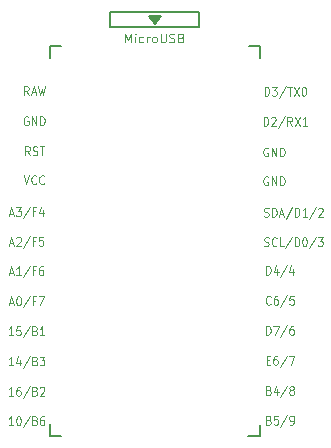
<source format=gto>
G04 #@! TF.GenerationSoftware,KiCad,Pcbnew,(5.1.4-0-10_14)*
G04 #@! TF.CreationDate,2022-04-12T01:13:52-04:00*
G04 #@! TF.ProjectId,keyboard,6b657962-6f61-4726-942e-6b696361645f,rev?*
G04 #@! TF.SameCoordinates,Original*
G04 #@! TF.FileFunction,Legend,Top*
G04 #@! TF.FilePolarity,Positive*
%FSLAX46Y46*%
G04 Gerber Fmt 4.6, Leading zero omitted, Abs format (unit mm)*
G04 Created by KiCad (PCBNEW (5.1.4-0-10_14)) date 2022-04-12 01:13:52*
%MOMM*%
%LPD*%
G04 APERTURE LIST*
%ADD10C,0.150000*%
%ADD11C,0.125000*%
%ADD12C,0.120000*%
%ADD13C,1.750000*%
%ADD14C,3.987800*%
%ADD15C,1.600000*%
%ADD16C,0.100000*%
%ADD17C,3.048000*%
G04 APERTURE END LIST*
D10*
X219776800Y-91506400D02*
X218766800Y-91506400D01*
X201976800Y-91506400D02*
X202976800Y-91506400D01*
X219776800Y-90506400D02*
X219776800Y-91506400D01*
X201976800Y-90456400D02*
X201976800Y-91506400D01*
X219776800Y-58456400D02*
X218826800Y-58456400D01*
X201976800Y-58456400D02*
X202976800Y-58456400D01*
X219776800Y-58456400D02*
X219776800Y-59456400D01*
X201976800Y-58456400D02*
X201976800Y-59456400D01*
X207126800Y-55556400D02*
X207126800Y-56856400D01*
X207126800Y-56856400D02*
X214626800Y-56856400D01*
X214626800Y-56856400D02*
X214626800Y-55556400D01*
X214626800Y-55556400D02*
X207126800Y-55556400D01*
X210376800Y-55906400D02*
X211376800Y-55906400D01*
X211376800Y-55906400D02*
X210876800Y-56556400D01*
X210876800Y-56556400D02*
X210376800Y-55906400D01*
X210526800Y-56056400D02*
X211226800Y-56056400D01*
X210626800Y-56206400D02*
X211126800Y-56206400D01*
X210726800Y-56356400D02*
X211026800Y-56356400D01*
D11*
X200219180Y-62595685D02*
X199995847Y-62238542D01*
X199836323Y-62595685D02*
X199836323Y-61845685D01*
X200091561Y-61845685D01*
X200155371Y-61881400D01*
X200187276Y-61917114D01*
X200219180Y-61988542D01*
X200219180Y-62095685D01*
X200187276Y-62167114D01*
X200155371Y-62202828D01*
X200091561Y-62238542D01*
X199836323Y-62238542D01*
X200474419Y-62381400D02*
X200793466Y-62381400D01*
X200410609Y-62595685D02*
X200633942Y-61845685D01*
X200857276Y-62595685D01*
X201016800Y-61845685D02*
X201176323Y-62595685D01*
X201303942Y-62059971D01*
X201431561Y-62595685D01*
X201591085Y-61845685D01*
X200171323Y-64431400D02*
X200107514Y-64395685D01*
X200011800Y-64395685D01*
X199916085Y-64431400D01*
X199852276Y-64502828D01*
X199820371Y-64574257D01*
X199788466Y-64717114D01*
X199788466Y-64824257D01*
X199820371Y-64967114D01*
X199852276Y-65038542D01*
X199916085Y-65109971D01*
X200011800Y-65145685D01*
X200075609Y-65145685D01*
X200171323Y-65109971D01*
X200203228Y-65074257D01*
X200203228Y-64824257D01*
X200075609Y-64824257D01*
X200490371Y-65145685D02*
X200490371Y-64395685D01*
X200873228Y-65145685D01*
X200873228Y-64395685D01*
X201192276Y-65145685D02*
X201192276Y-64395685D01*
X201351800Y-64395685D01*
X201447514Y-64431400D01*
X201511323Y-64502828D01*
X201543228Y-64574257D01*
X201575133Y-64717114D01*
X201575133Y-64824257D01*
X201543228Y-64967114D01*
X201511323Y-65038542D01*
X201447514Y-65109971D01*
X201351800Y-65145685D01*
X201192276Y-65145685D01*
X200314895Y-67695685D02*
X200091561Y-67338542D01*
X199932038Y-67695685D02*
X199932038Y-66945685D01*
X200187276Y-66945685D01*
X200251085Y-66981400D01*
X200282990Y-67017114D01*
X200314895Y-67088542D01*
X200314895Y-67195685D01*
X200282990Y-67267114D01*
X200251085Y-67302828D01*
X200187276Y-67338542D01*
X199932038Y-67338542D01*
X200570133Y-67659971D02*
X200665847Y-67695685D01*
X200825371Y-67695685D01*
X200889180Y-67659971D01*
X200921085Y-67624257D01*
X200952990Y-67552828D01*
X200952990Y-67481400D01*
X200921085Y-67409971D01*
X200889180Y-67374257D01*
X200825371Y-67338542D01*
X200697752Y-67302828D01*
X200633942Y-67267114D01*
X200602038Y-67231400D01*
X200570133Y-67159971D01*
X200570133Y-67088542D01*
X200602038Y-67017114D01*
X200633942Y-66981400D01*
X200697752Y-66945685D01*
X200857276Y-66945685D01*
X200952990Y-66981400D01*
X201144419Y-66945685D02*
X201527276Y-66945685D01*
X201335847Y-67695685D02*
X201335847Y-66945685D01*
X199788466Y-69395685D02*
X200011800Y-70145685D01*
X200235133Y-69395685D01*
X200841323Y-70074257D02*
X200809419Y-70109971D01*
X200713704Y-70145685D01*
X200649895Y-70145685D01*
X200554180Y-70109971D01*
X200490371Y-70038542D01*
X200458466Y-69967114D01*
X200426561Y-69824257D01*
X200426561Y-69717114D01*
X200458466Y-69574257D01*
X200490371Y-69502828D01*
X200554180Y-69431400D01*
X200649895Y-69395685D01*
X200713704Y-69395685D01*
X200809419Y-69431400D01*
X200841323Y-69467114D01*
X201511323Y-70074257D02*
X201479419Y-70109971D01*
X201383704Y-70145685D01*
X201319895Y-70145685D01*
X201224180Y-70109971D01*
X201160371Y-70038542D01*
X201128466Y-69967114D01*
X201096561Y-69824257D01*
X201096561Y-69717114D01*
X201128466Y-69574257D01*
X201160371Y-69502828D01*
X201224180Y-69431400D01*
X201319895Y-69395685D01*
X201383704Y-69395685D01*
X201479419Y-69431400D01*
X201511323Y-69467114D01*
X198596085Y-72631400D02*
X198915133Y-72631400D01*
X198532276Y-72845685D02*
X198755609Y-72095685D01*
X198978942Y-72845685D01*
X199138466Y-72095685D02*
X199553228Y-72095685D01*
X199329895Y-72381400D01*
X199425609Y-72381400D01*
X199489419Y-72417114D01*
X199521323Y-72452828D01*
X199553228Y-72524257D01*
X199553228Y-72702828D01*
X199521323Y-72774257D01*
X199489419Y-72809971D01*
X199425609Y-72845685D01*
X199234180Y-72845685D01*
X199170371Y-72809971D01*
X199138466Y-72774257D01*
X200318942Y-72059971D02*
X199744657Y-73024257D01*
X200765609Y-72452828D02*
X200542276Y-72452828D01*
X200542276Y-72845685D02*
X200542276Y-72095685D01*
X200861323Y-72095685D01*
X201403704Y-72345685D02*
X201403704Y-72845685D01*
X201244180Y-72059971D02*
X201084657Y-72595685D01*
X201499419Y-72595685D01*
X198596085Y-75131400D02*
X198915133Y-75131400D01*
X198532276Y-75345685D02*
X198755609Y-74595685D01*
X198978942Y-75345685D01*
X199170371Y-74667114D02*
X199202276Y-74631400D01*
X199266085Y-74595685D01*
X199425609Y-74595685D01*
X199489419Y-74631400D01*
X199521323Y-74667114D01*
X199553228Y-74738542D01*
X199553228Y-74809971D01*
X199521323Y-74917114D01*
X199138466Y-75345685D01*
X199553228Y-75345685D01*
X200318942Y-74559971D02*
X199744657Y-75524257D01*
X200765609Y-74952828D02*
X200542276Y-74952828D01*
X200542276Y-75345685D02*
X200542276Y-74595685D01*
X200861323Y-74595685D01*
X201435609Y-74595685D02*
X201116561Y-74595685D01*
X201084657Y-74952828D01*
X201116561Y-74917114D01*
X201180371Y-74881400D01*
X201339895Y-74881400D01*
X201403704Y-74917114D01*
X201435609Y-74952828D01*
X201467514Y-75024257D01*
X201467514Y-75202828D01*
X201435609Y-75274257D01*
X201403704Y-75309971D01*
X201339895Y-75345685D01*
X201180371Y-75345685D01*
X201116561Y-75309971D01*
X201084657Y-75274257D01*
X198596085Y-77631400D02*
X198915133Y-77631400D01*
X198532276Y-77845685D02*
X198755609Y-77095685D01*
X198978942Y-77845685D01*
X199553228Y-77845685D02*
X199170371Y-77845685D01*
X199361800Y-77845685D02*
X199361800Y-77095685D01*
X199297990Y-77202828D01*
X199234180Y-77274257D01*
X199170371Y-77309971D01*
X200318942Y-77059971D02*
X199744657Y-78024257D01*
X200765609Y-77452828D02*
X200542276Y-77452828D01*
X200542276Y-77845685D02*
X200542276Y-77095685D01*
X200861323Y-77095685D01*
X201403704Y-77095685D02*
X201276085Y-77095685D01*
X201212276Y-77131400D01*
X201180371Y-77167114D01*
X201116561Y-77274257D01*
X201084657Y-77417114D01*
X201084657Y-77702828D01*
X201116561Y-77774257D01*
X201148466Y-77809971D01*
X201212276Y-77845685D01*
X201339895Y-77845685D01*
X201403704Y-77809971D01*
X201435609Y-77774257D01*
X201467514Y-77702828D01*
X201467514Y-77524257D01*
X201435609Y-77452828D01*
X201403704Y-77417114D01*
X201339895Y-77381400D01*
X201212276Y-77381400D01*
X201148466Y-77417114D01*
X201116561Y-77452828D01*
X201084657Y-77524257D01*
X198596085Y-80181400D02*
X198915133Y-80181400D01*
X198532276Y-80395685D02*
X198755609Y-79645685D01*
X198978942Y-80395685D01*
X199329895Y-79645685D02*
X199393704Y-79645685D01*
X199457514Y-79681400D01*
X199489419Y-79717114D01*
X199521323Y-79788542D01*
X199553228Y-79931400D01*
X199553228Y-80109971D01*
X199521323Y-80252828D01*
X199489419Y-80324257D01*
X199457514Y-80359971D01*
X199393704Y-80395685D01*
X199329895Y-80395685D01*
X199266085Y-80359971D01*
X199234180Y-80324257D01*
X199202276Y-80252828D01*
X199170371Y-80109971D01*
X199170371Y-79931400D01*
X199202276Y-79788542D01*
X199234180Y-79717114D01*
X199266085Y-79681400D01*
X199329895Y-79645685D01*
X200318942Y-79609971D02*
X199744657Y-80574257D01*
X200765609Y-80002828D02*
X200542276Y-80002828D01*
X200542276Y-80395685D02*
X200542276Y-79645685D01*
X200861323Y-79645685D01*
X201052752Y-79645685D02*
X201499419Y-79645685D01*
X201212276Y-80395685D01*
X198899180Y-82945685D02*
X198516323Y-82945685D01*
X198707752Y-82945685D02*
X198707752Y-82195685D01*
X198643942Y-82302828D01*
X198580133Y-82374257D01*
X198516323Y-82409971D01*
X199505371Y-82195685D02*
X199186323Y-82195685D01*
X199154419Y-82552828D01*
X199186323Y-82517114D01*
X199250133Y-82481400D01*
X199409657Y-82481400D01*
X199473466Y-82517114D01*
X199505371Y-82552828D01*
X199537276Y-82624257D01*
X199537276Y-82802828D01*
X199505371Y-82874257D01*
X199473466Y-82909971D01*
X199409657Y-82945685D01*
X199250133Y-82945685D01*
X199186323Y-82909971D01*
X199154419Y-82874257D01*
X200302990Y-82159971D02*
X199728704Y-83124257D01*
X200749657Y-82552828D02*
X200845371Y-82588542D01*
X200877276Y-82624257D01*
X200909180Y-82695685D01*
X200909180Y-82802828D01*
X200877276Y-82874257D01*
X200845371Y-82909971D01*
X200781561Y-82945685D01*
X200526323Y-82945685D01*
X200526323Y-82195685D01*
X200749657Y-82195685D01*
X200813466Y-82231400D01*
X200845371Y-82267114D01*
X200877276Y-82338542D01*
X200877276Y-82409971D01*
X200845371Y-82481400D01*
X200813466Y-82517114D01*
X200749657Y-82552828D01*
X200526323Y-82552828D01*
X201547276Y-82945685D02*
X201164419Y-82945685D01*
X201355847Y-82945685D02*
X201355847Y-82195685D01*
X201292038Y-82302828D01*
X201228228Y-82374257D01*
X201164419Y-82409971D01*
X198899180Y-85495685D02*
X198516323Y-85495685D01*
X198707752Y-85495685D02*
X198707752Y-84745685D01*
X198643942Y-84852828D01*
X198580133Y-84924257D01*
X198516323Y-84959971D01*
X199473466Y-84995685D02*
X199473466Y-85495685D01*
X199313942Y-84709971D02*
X199154419Y-85245685D01*
X199569180Y-85245685D01*
X200302990Y-84709971D02*
X199728704Y-85674257D01*
X200749657Y-85102828D02*
X200845371Y-85138542D01*
X200877276Y-85174257D01*
X200909180Y-85245685D01*
X200909180Y-85352828D01*
X200877276Y-85424257D01*
X200845371Y-85459971D01*
X200781561Y-85495685D01*
X200526323Y-85495685D01*
X200526323Y-84745685D01*
X200749657Y-84745685D01*
X200813466Y-84781400D01*
X200845371Y-84817114D01*
X200877276Y-84888542D01*
X200877276Y-84959971D01*
X200845371Y-85031400D01*
X200813466Y-85067114D01*
X200749657Y-85102828D01*
X200526323Y-85102828D01*
X201132514Y-84745685D02*
X201547276Y-84745685D01*
X201323942Y-85031400D01*
X201419657Y-85031400D01*
X201483466Y-85067114D01*
X201515371Y-85102828D01*
X201547276Y-85174257D01*
X201547276Y-85352828D01*
X201515371Y-85424257D01*
X201483466Y-85459971D01*
X201419657Y-85495685D01*
X201228228Y-85495685D01*
X201164419Y-85459971D01*
X201132514Y-85424257D01*
X198899180Y-90545685D02*
X198516323Y-90545685D01*
X198707752Y-90545685D02*
X198707752Y-89795685D01*
X198643942Y-89902828D01*
X198580133Y-89974257D01*
X198516323Y-90009971D01*
X199313942Y-89795685D02*
X199377752Y-89795685D01*
X199441561Y-89831400D01*
X199473466Y-89867114D01*
X199505371Y-89938542D01*
X199537276Y-90081400D01*
X199537276Y-90259971D01*
X199505371Y-90402828D01*
X199473466Y-90474257D01*
X199441561Y-90509971D01*
X199377752Y-90545685D01*
X199313942Y-90545685D01*
X199250133Y-90509971D01*
X199218228Y-90474257D01*
X199186323Y-90402828D01*
X199154419Y-90259971D01*
X199154419Y-90081400D01*
X199186323Y-89938542D01*
X199218228Y-89867114D01*
X199250133Y-89831400D01*
X199313942Y-89795685D01*
X200302990Y-89759971D02*
X199728704Y-90724257D01*
X200749657Y-90152828D02*
X200845371Y-90188542D01*
X200877276Y-90224257D01*
X200909180Y-90295685D01*
X200909180Y-90402828D01*
X200877276Y-90474257D01*
X200845371Y-90509971D01*
X200781561Y-90545685D01*
X200526323Y-90545685D01*
X200526323Y-89795685D01*
X200749657Y-89795685D01*
X200813466Y-89831400D01*
X200845371Y-89867114D01*
X200877276Y-89938542D01*
X200877276Y-90009971D01*
X200845371Y-90081400D01*
X200813466Y-90117114D01*
X200749657Y-90152828D01*
X200526323Y-90152828D01*
X201483466Y-89795685D02*
X201355847Y-89795685D01*
X201292038Y-89831400D01*
X201260133Y-89867114D01*
X201196323Y-89974257D01*
X201164419Y-90117114D01*
X201164419Y-90402828D01*
X201196323Y-90474257D01*
X201228228Y-90509971D01*
X201292038Y-90545685D01*
X201419657Y-90545685D01*
X201483466Y-90509971D01*
X201515371Y-90474257D01*
X201547276Y-90402828D01*
X201547276Y-90224257D01*
X201515371Y-90152828D01*
X201483466Y-90117114D01*
X201419657Y-90081400D01*
X201292038Y-90081400D01*
X201228228Y-90117114D01*
X201196323Y-90152828D01*
X201164419Y-90224257D01*
X198899180Y-88045685D02*
X198516323Y-88045685D01*
X198707752Y-88045685D02*
X198707752Y-87295685D01*
X198643942Y-87402828D01*
X198580133Y-87474257D01*
X198516323Y-87509971D01*
X199473466Y-87295685D02*
X199345847Y-87295685D01*
X199282038Y-87331400D01*
X199250133Y-87367114D01*
X199186323Y-87474257D01*
X199154419Y-87617114D01*
X199154419Y-87902828D01*
X199186323Y-87974257D01*
X199218228Y-88009971D01*
X199282038Y-88045685D01*
X199409657Y-88045685D01*
X199473466Y-88009971D01*
X199505371Y-87974257D01*
X199537276Y-87902828D01*
X199537276Y-87724257D01*
X199505371Y-87652828D01*
X199473466Y-87617114D01*
X199409657Y-87581400D01*
X199282038Y-87581400D01*
X199218228Y-87617114D01*
X199186323Y-87652828D01*
X199154419Y-87724257D01*
X200302990Y-87259971D02*
X199728704Y-88224257D01*
X200749657Y-87652828D02*
X200845371Y-87688542D01*
X200877276Y-87724257D01*
X200909180Y-87795685D01*
X200909180Y-87902828D01*
X200877276Y-87974257D01*
X200845371Y-88009971D01*
X200781561Y-88045685D01*
X200526323Y-88045685D01*
X200526323Y-87295685D01*
X200749657Y-87295685D01*
X200813466Y-87331400D01*
X200845371Y-87367114D01*
X200877276Y-87438542D01*
X200877276Y-87509971D01*
X200845371Y-87581400D01*
X200813466Y-87617114D01*
X200749657Y-87652828D01*
X200526323Y-87652828D01*
X201164419Y-87367114D02*
X201196323Y-87331400D01*
X201260133Y-87295685D01*
X201419657Y-87295685D01*
X201483466Y-87331400D01*
X201515371Y-87367114D01*
X201547276Y-87438542D01*
X201547276Y-87509971D01*
X201515371Y-87617114D01*
X201132514Y-88045685D01*
X201547276Y-88045685D01*
X220349180Y-85052828D02*
X220572514Y-85052828D01*
X220668228Y-85445685D02*
X220349180Y-85445685D01*
X220349180Y-84695685D01*
X220668228Y-84695685D01*
X221242514Y-84695685D02*
X221114895Y-84695685D01*
X221051085Y-84731400D01*
X221019180Y-84767114D01*
X220955371Y-84874257D01*
X220923466Y-85017114D01*
X220923466Y-85302828D01*
X220955371Y-85374257D01*
X220987276Y-85409971D01*
X221051085Y-85445685D01*
X221178704Y-85445685D01*
X221242514Y-85409971D01*
X221274419Y-85374257D01*
X221306323Y-85302828D01*
X221306323Y-85124257D01*
X221274419Y-85052828D01*
X221242514Y-85017114D01*
X221178704Y-84981400D01*
X221051085Y-84981400D01*
X220987276Y-85017114D01*
X220955371Y-85052828D01*
X220923466Y-85124257D01*
X222072038Y-84659971D02*
X221497752Y-85624257D01*
X222231561Y-84695685D02*
X222678228Y-84695685D01*
X222391085Y-85445685D01*
X220317276Y-82895685D02*
X220317276Y-82145685D01*
X220476800Y-82145685D01*
X220572514Y-82181400D01*
X220636323Y-82252828D01*
X220668228Y-82324257D01*
X220700133Y-82467114D01*
X220700133Y-82574257D01*
X220668228Y-82717114D01*
X220636323Y-82788542D01*
X220572514Y-82859971D01*
X220476800Y-82895685D01*
X220317276Y-82895685D01*
X220923466Y-82145685D02*
X221370133Y-82145685D01*
X221082990Y-82895685D01*
X222103942Y-82109971D02*
X221529657Y-83074257D01*
X222614419Y-82145685D02*
X222486800Y-82145685D01*
X222422990Y-82181400D01*
X222391085Y-82217114D01*
X222327276Y-82324257D01*
X222295371Y-82467114D01*
X222295371Y-82752828D01*
X222327276Y-82824257D01*
X222359180Y-82859971D01*
X222422990Y-82895685D01*
X222550609Y-82895685D01*
X222614419Y-82859971D01*
X222646323Y-82824257D01*
X222678228Y-82752828D01*
X222678228Y-82574257D01*
X222646323Y-82502828D01*
X222614419Y-82467114D01*
X222550609Y-82431400D01*
X222422990Y-82431400D01*
X222359180Y-82467114D01*
X222327276Y-82502828D01*
X222295371Y-82574257D01*
X220471323Y-67081400D02*
X220407514Y-67045685D01*
X220311800Y-67045685D01*
X220216085Y-67081400D01*
X220152276Y-67152828D01*
X220120371Y-67224257D01*
X220088466Y-67367114D01*
X220088466Y-67474257D01*
X220120371Y-67617114D01*
X220152276Y-67688542D01*
X220216085Y-67759971D01*
X220311800Y-67795685D01*
X220375609Y-67795685D01*
X220471323Y-67759971D01*
X220503228Y-67724257D01*
X220503228Y-67474257D01*
X220375609Y-67474257D01*
X220790371Y-67795685D02*
X220790371Y-67045685D01*
X221173228Y-67795685D01*
X221173228Y-67045685D01*
X221492276Y-67795685D02*
X221492276Y-67045685D01*
X221651800Y-67045685D01*
X221747514Y-67081400D01*
X221811323Y-67152828D01*
X221843228Y-67224257D01*
X221875133Y-67367114D01*
X221875133Y-67474257D01*
X221843228Y-67617114D01*
X221811323Y-67688542D01*
X221747514Y-67759971D01*
X221651800Y-67795685D01*
X221492276Y-67795685D01*
X220471323Y-69531400D02*
X220407514Y-69495685D01*
X220311800Y-69495685D01*
X220216085Y-69531400D01*
X220152276Y-69602828D01*
X220120371Y-69674257D01*
X220088466Y-69817114D01*
X220088466Y-69924257D01*
X220120371Y-70067114D01*
X220152276Y-70138542D01*
X220216085Y-70209971D01*
X220311800Y-70245685D01*
X220375609Y-70245685D01*
X220471323Y-70209971D01*
X220503228Y-70174257D01*
X220503228Y-69924257D01*
X220375609Y-69924257D01*
X220790371Y-70245685D02*
X220790371Y-69495685D01*
X221173228Y-70245685D01*
X221173228Y-69495685D01*
X221492276Y-70245685D02*
X221492276Y-69495685D01*
X221651800Y-69495685D01*
X221747514Y-69531400D01*
X221811323Y-69602828D01*
X221843228Y-69674257D01*
X221875133Y-69817114D01*
X221875133Y-69924257D01*
X221843228Y-70067114D01*
X221811323Y-70138542D01*
X221747514Y-70209971D01*
X221651800Y-70245685D01*
X221492276Y-70245685D01*
X220192990Y-62645685D02*
X220192990Y-61895685D01*
X220352514Y-61895685D01*
X220448228Y-61931400D01*
X220512038Y-62002828D01*
X220543942Y-62074257D01*
X220575847Y-62217114D01*
X220575847Y-62324257D01*
X220543942Y-62467114D01*
X220512038Y-62538542D01*
X220448228Y-62609971D01*
X220352514Y-62645685D01*
X220192990Y-62645685D01*
X220799180Y-61895685D02*
X221213942Y-61895685D01*
X220990609Y-62181400D01*
X221086323Y-62181400D01*
X221150133Y-62217114D01*
X221182038Y-62252828D01*
X221213942Y-62324257D01*
X221213942Y-62502828D01*
X221182038Y-62574257D01*
X221150133Y-62609971D01*
X221086323Y-62645685D01*
X220894895Y-62645685D01*
X220831085Y-62609971D01*
X220799180Y-62574257D01*
X221979657Y-61859971D02*
X221405371Y-62824257D01*
X222107276Y-61895685D02*
X222490133Y-61895685D01*
X222298704Y-62645685D02*
X222298704Y-61895685D01*
X222649657Y-61895685D02*
X223096323Y-62645685D01*
X223096323Y-61895685D02*
X222649657Y-62645685D01*
X223479180Y-61895685D02*
X223542990Y-61895685D01*
X223606800Y-61931400D01*
X223638704Y-61967114D01*
X223670609Y-62038542D01*
X223702514Y-62181400D01*
X223702514Y-62359971D01*
X223670609Y-62502828D01*
X223638704Y-62574257D01*
X223606800Y-62609971D01*
X223542990Y-62645685D01*
X223479180Y-62645685D01*
X223415371Y-62609971D01*
X223383466Y-62574257D01*
X223351561Y-62502828D01*
X223319657Y-62359971D01*
X223319657Y-62181400D01*
X223351561Y-62038542D01*
X223383466Y-61967114D01*
X223415371Y-61931400D01*
X223479180Y-61895685D01*
X220317276Y-77795685D02*
X220317276Y-77045685D01*
X220476800Y-77045685D01*
X220572514Y-77081400D01*
X220636323Y-77152828D01*
X220668228Y-77224257D01*
X220700133Y-77367114D01*
X220700133Y-77474257D01*
X220668228Y-77617114D01*
X220636323Y-77688542D01*
X220572514Y-77759971D01*
X220476800Y-77795685D01*
X220317276Y-77795685D01*
X221274419Y-77295685D02*
X221274419Y-77795685D01*
X221114895Y-77009971D02*
X220955371Y-77545685D01*
X221370133Y-77545685D01*
X222103942Y-77009971D02*
X221529657Y-77974257D01*
X222614419Y-77295685D02*
X222614419Y-77795685D01*
X222454895Y-77009971D02*
X222295371Y-77545685D01*
X222710133Y-77545685D01*
X220143228Y-72859971D02*
X220238942Y-72895685D01*
X220398466Y-72895685D01*
X220462276Y-72859971D01*
X220494180Y-72824257D01*
X220526085Y-72752828D01*
X220526085Y-72681400D01*
X220494180Y-72609971D01*
X220462276Y-72574257D01*
X220398466Y-72538542D01*
X220270847Y-72502828D01*
X220207038Y-72467114D01*
X220175133Y-72431400D01*
X220143228Y-72359971D01*
X220143228Y-72288542D01*
X220175133Y-72217114D01*
X220207038Y-72181400D01*
X220270847Y-72145685D01*
X220430371Y-72145685D01*
X220526085Y-72181400D01*
X220813228Y-72895685D02*
X220813228Y-72145685D01*
X220972752Y-72145685D01*
X221068466Y-72181400D01*
X221132276Y-72252828D01*
X221164180Y-72324257D01*
X221196085Y-72467114D01*
X221196085Y-72574257D01*
X221164180Y-72717114D01*
X221132276Y-72788542D01*
X221068466Y-72859971D01*
X220972752Y-72895685D01*
X220813228Y-72895685D01*
X221451323Y-72681400D02*
X221770371Y-72681400D01*
X221387514Y-72895685D02*
X221610847Y-72145685D01*
X221834180Y-72895685D01*
X222536085Y-72109971D02*
X221961800Y-73074257D01*
X222759419Y-72895685D02*
X222759419Y-72145685D01*
X222918942Y-72145685D01*
X223014657Y-72181400D01*
X223078466Y-72252828D01*
X223110371Y-72324257D01*
X223142276Y-72467114D01*
X223142276Y-72574257D01*
X223110371Y-72717114D01*
X223078466Y-72788542D01*
X223014657Y-72859971D01*
X222918942Y-72895685D01*
X222759419Y-72895685D01*
X223780371Y-72895685D02*
X223397514Y-72895685D01*
X223588942Y-72895685D02*
X223588942Y-72145685D01*
X223525133Y-72252828D01*
X223461323Y-72324257D01*
X223397514Y-72359971D01*
X224546085Y-72109971D02*
X223971800Y-73074257D01*
X224737514Y-72217114D02*
X224769419Y-72181400D01*
X224833228Y-72145685D01*
X224992752Y-72145685D01*
X225056561Y-72181400D01*
X225088466Y-72217114D01*
X225120371Y-72288542D01*
X225120371Y-72359971D01*
X225088466Y-72467114D01*
X224705609Y-72895685D01*
X225120371Y-72895685D01*
X220159180Y-75359971D02*
X220254895Y-75395685D01*
X220414419Y-75395685D01*
X220478228Y-75359971D01*
X220510133Y-75324257D01*
X220542038Y-75252828D01*
X220542038Y-75181400D01*
X220510133Y-75109971D01*
X220478228Y-75074257D01*
X220414419Y-75038542D01*
X220286800Y-75002828D01*
X220222990Y-74967114D01*
X220191085Y-74931400D01*
X220159180Y-74859971D01*
X220159180Y-74788542D01*
X220191085Y-74717114D01*
X220222990Y-74681400D01*
X220286800Y-74645685D01*
X220446323Y-74645685D01*
X220542038Y-74681400D01*
X221212038Y-75324257D02*
X221180133Y-75359971D01*
X221084419Y-75395685D01*
X221020609Y-75395685D01*
X220924895Y-75359971D01*
X220861085Y-75288542D01*
X220829180Y-75217114D01*
X220797276Y-75074257D01*
X220797276Y-74967114D01*
X220829180Y-74824257D01*
X220861085Y-74752828D01*
X220924895Y-74681400D01*
X221020609Y-74645685D01*
X221084419Y-74645685D01*
X221180133Y-74681400D01*
X221212038Y-74717114D01*
X221818228Y-75395685D02*
X221499180Y-75395685D01*
X221499180Y-74645685D01*
X222520133Y-74609971D02*
X221945847Y-75574257D01*
X222743466Y-75395685D02*
X222743466Y-74645685D01*
X222902990Y-74645685D01*
X222998704Y-74681400D01*
X223062514Y-74752828D01*
X223094419Y-74824257D01*
X223126323Y-74967114D01*
X223126323Y-75074257D01*
X223094419Y-75217114D01*
X223062514Y-75288542D01*
X222998704Y-75359971D01*
X222902990Y-75395685D01*
X222743466Y-75395685D01*
X223541085Y-74645685D02*
X223604895Y-74645685D01*
X223668704Y-74681400D01*
X223700609Y-74717114D01*
X223732514Y-74788542D01*
X223764419Y-74931400D01*
X223764419Y-75109971D01*
X223732514Y-75252828D01*
X223700609Y-75324257D01*
X223668704Y-75359971D01*
X223604895Y-75395685D01*
X223541085Y-75395685D01*
X223477276Y-75359971D01*
X223445371Y-75324257D01*
X223413466Y-75252828D01*
X223381561Y-75109971D01*
X223381561Y-74931400D01*
X223413466Y-74788542D01*
X223445371Y-74717114D01*
X223477276Y-74681400D01*
X223541085Y-74645685D01*
X224530133Y-74609971D02*
X223955847Y-75574257D01*
X224689657Y-74645685D02*
X225104419Y-74645685D01*
X224881085Y-74931400D01*
X224976800Y-74931400D01*
X225040609Y-74967114D01*
X225072514Y-75002828D01*
X225104419Y-75074257D01*
X225104419Y-75252828D01*
X225072514Y-75324257D01*
X225040609Y-75359971D01*
X224976800Y-75395685D01*
X224785371Y-75395685D01*
X224721561Y-75359971D01*
X224689657Y-75324257D01*
X220700133Y-80274257D02*
X220668228Y-80309971D01*
X220572514Y-80345685D01*
X220508704Y-80345685D01*
X220412990Y-80309971D01*
X220349180Y-80238542D01*
X220317276Y-80167114D01*
X220285371Y-80024257D01*
X220285371Y-79917114D01*
X220317276Y-79774257D01*
X220349180Y-79702828D01*
X220412990Y-79631400D01*
X220508704Y-79595685D01*
X220572514Y-79595685D01*
X220668228Y-79631400D01*
X220700133Y-79667114D01*
X221274419Y-79595685D02*
X221146800Y-79595685D01*
X221082990Y-79631400D01*
X221051085Y-79667114D01*
X220987276Y-79774257D01*
X220955371Y-79917114D01*
X220955371Y-80202828D01*
X220987276Y-80274257D01*
X221019180Y-80309971D01*
X221082990Y-80345685D01*
X221210609Y-80345685D01*
X221274419Y-80309971D01*
X221306323Y-80274257D01*
X221338228Y-80202828D01*
X221338228Y-80024257D01*
X221306323Y-79952828D01*
X221274419Y-79917114D01*
X221210609Y-79881400D01*
X221082990Y-79881400D01*
X221019180Y-79917114D01*
X220987276Y-79952828D01*
X220955371Y-80024257D01*
X222103942Y-79559971D02*
X221529657Y-80524257D01*
X222646323Y-79595685D02*
X222327276Y-79595685D01*
X222295371Y-79952828D01*
X222327276Y-79917114D01*
X222391085Y-79881400D01*
X222550609Y-79881400D01*
X222614419Y-79917114D01*
X222646323Y-79952828D01*
X222678228Y-80024257D01*
X222678228Y-80202828D01*
X222646323Y-80274257D01*
X222614419Y-80309971D01*
X222550609Y-80345685D01*
X222391085Y-80345685D01*
X222327276Y-80309971D01*
X222295371Y-80274257D01*
X220540609Y-90102828D02*
X220636323Y-90138542D01*
X220668228Y-90174257D01*
X220700133Y-90245685D01*
X220700133Y-90352828D01*
X220668228Y-90424257D01*
X220636323Y-90459971D01*
X220572514Y-90495685D01*
X220317276Y-90495685D01*
X220317276Y-89745685D01*
X220540609Y-89745685D01*
X220604419Y-89781400D01*
X220636323Y-89817114D01*
X220668228Y-89888542D01*
X220668228Y-89959971D01*
X220636323Y-90031400D01*
X220604419Y-90067114D01*
X220540609Y-90102828D01*
X220317276Y-90102828D01*
X221306323Y-89745685D02*
X220987276Y-89745685D01*
X220955371Y-90102828D01*
X220987276Y-90067114D01*
X221051085Y-90031400D01*
X221210609Y-90031400D01*
X221274419Y-90067114D01*
X221306323Y-90102828D01*
X221338228Y-90174257D01*
X221338228Y-90352828D01*
X221306323Y-90424257D01*
X221274419Y-90459971D01*
X221210609Y-90495685D01*
X221051085Y-90495685D01*
X220987276Y-90459971D01*
X220955371Y-90424257D01*
X222103942Y-89709971D02*
X221529657Y-90674257D01*
X222359180Y-90495685D02*
X222486800Y-90495685D01*
X222550609Y-90459971D01*
X222582514Y-90424257D01*
X222646323Y-90317114D01*
X222678228Y-90174257D01*
X222678228Y-89888542D01*
X222646323Y-89817114D01*
X222614419Y-89781400D01*
X222550609Y-89745685D01*
X222422990Y-89745685D01*
X222359180Y-89781400D01*
X222327276Y-89817114D01*
X222295371Y-89888542D01*
X222295371Y-90067114D01*
X222327276Y-90138542D01*
X222359180Y-90174257D01*
X222422990Y-90209971D01*
X222550609Y-90209971D01*
X222614419Y-90174257D01*
X222646323Y-90138542D01*
X222678228Y-90067114D01*
X220113228Y-65195685D02*
X220113228Y-64445685D01*
X220272752Y-64445685D01*
X220368466Y-64481400D01*
X220432276Y-64552828D01*
X220464180Y-64624257D01*
X220496085Y-64767114D01*
X220496085Y-64874257D01*
X220464180Y-65017114D01*
X220432276Y-65088542D01*
X220368466Y-65159971D01*
X220272752Y-65195685D01*
X220113228Y-65195685D01*
X220751323Y-64517114D02*
X220783228Y-64481400D01*
X220847038Y-64445685D01*
X221006561Y-64445685D01*
X221070371Y-64481400D01*
X221102276Y-64517114D01*
X221134180Y-64588542D01*
X221134180Y-64659971D01*
X221102276Y-64767114D01*
X220719419Y-65195685D01*
X221134180Y-65195685D01*
X221899895Y-64409971D02*
X221325609Y-65374257D01*
X222506085Y-65195685D02*
X222282752Y-64838542D01*
X222123228Y-65195685D02*
X222123228Y-64445685D01*
X222378466Y-64445685D01*
X222442276Y-64481400D01*
X222474180Y-64517114D01*
X222506085Y-64588542D01*
X222506085Y-64695685D01*
X222474180Y-64767114D01*
X222442276Y-64802828D01*
X222378466Y-64838542D01*
X222123228Y-64838542D01*
X222729419Y-64445685D02*
X223176085Y-65195685D01*
X223176085Y-64445685D02*
X222729419Y-65195685D01*
X223782276Y-65195685D02*
X223399419Y-65195685D01*
X223590847Y-65195685D02*
X223590847Y-64445685D01*
X223527038Y-64552828D01*
X223463228Y-64624257D01*
X223399419Y-64659971D01*
X220540609Y-87602828D02*
X220636323Y-87638542D01*
X220668228Y-87674257D01*
X220700133Y-87745685D01*
X220700133Y-87852828D01*
X220668228Y-87924257D01*
X220636323Y-87959971D01*
X220572514Y-87995685D01*
X220317276Y-87995685D01*
X220317276Y-87245685D01*
X220540609Y-87245685D01*
X220604419Y-87281400D01*
X220636323Y-87317114D01*
X220668228Y-87388542D01*
X220668228Y-87459971D01*
X220636323Y-87531400D01*
X220604419Y-87567114D01*
X220540609Y-87602828D01*
X220317276Y-87602828D01*
X221274419Y-87495685D02*
X221274419Y-87995685D01*
X221114895Y-87209971D02*
X220955371Y-87745685D01*
X221370133Y-87745685D01*
X222103942Y-87209971D02*
X221529657Y-88174257D01*
X222422990Y-87567114D02*
X222359180Y-87531400D01*
X222327276Y-87495685D01*
X222295371Y-87424257D01*
X222295371Y-87388542D01*
X222327276Y-87317114D01*
X222359180Y-87281400D01*
X222422990Y-87245685D01*
X222550609Y-87245685D01*
X222614419Y-87281400D01*
X222646323Y-87317114D01*
X222678228Y-87388542D01*
X222678228Y-87424257D01*
X222646323Y-87495685D01*
X222614419Y-87531400D01*
X222550609Y-87567114D01*
X222422990Y-87567114D01*
X222359180Y-87602828D01*
X222327276Y-87638542D01*
X222295371Y-87709971D01*
X222295371Y-87852828D01*
X222327276Y-87924257D01*
X222359180Y-87959971D01*
X222422990Y-87995685D01*
X222550609Y-87995685D01*
X222614419Y-87959971D01*
X222646323Y-87924257D01*
X222678228Y-87852828D01*
X222678228Y-87709971D01*
X222646323Y-87638542D01*
X222614419Y-87602828D01*
X222550609Y-87567114D01*
D12*
X208380371Y-58145685D02*
X208380371Y-57395685D01*
X208630371Y-57931400D01*
X208880371Y-57395685D01*
X208880371Y-58145685D01*
X209237514Y-58145685D02*
X209237514Y-57645685D01*
X209237514Y-57395685D02*
X209201800Y-57431400D01*
X209237514Y-57467114D01*
X209273228Y-57431400D01*
X209237514Y-57395685D01*
X209237514Y-57467114D01*
X209916085Y-58109971D02*
X209844657Y-58145685D01*
X209701800Y-58145685D01*
X209630371Y-58109971D01*
X209594657Y-58074257D01*
X209558942Y-58002828D01*
X209558942Y-57788542D01*
X209594657Y-57717114D01*
X209630371Y-57681400D01*
X209701800Y-57645685D01*
X209844657Y-57645685D01*
X209916085Y-57681400D01*
X210237514Y-58145685D02*
X210237514Y-57645685D01*
X210237514Y-57788542D02*
X210273228Y-57717114D01*
X210308942Y-57681400D01*
X210380371Y-57645685D01*
X210451800Y-57645685D01*
X210808942Y-58145685D02*
X210737514Y-58109971D01*
X210701800Y-58074257D01*
X210666085Y-58002828D01*
X210666085Y-57788542D01*
X210701800Y-57717114D01*
X210737514Y-57681400D01*
X210808942Y-57645685D01*
X210916085Y-57645685D01*
X210987514Y-57681400D01*
X211023228Y-57717114D01*
X211058942Y-57788542D01*
X211058942Y-58002828D01*
X211023228Y-58074257D01*
X210987514Y-58109971D01*
X210916085Y-58145685D01*
X210808942Y-58145685D01*
X211380371Y-57395685D02*
X211380371Y-58002828D01*
X211416085Y-58074257D01*
X211451800Y-58109971D01*
X211523228Y-58145685D01*
X211666085Y-58145685D01*
X211737514Y-58109971D01*
X211773228Y-58074257D01*
X211808942Y-58002828D01*
X211808942Y-57395685D01*
X212130371Y-58109971D02*
X212237514Y-58145685D01*
X212416085Y-58145685D01*
X212487514Y-58109971D01*
X212523228Y-58074257D01*
X212558942Y-58002828D01*
X212558942Y-57931400D01*
X212523228Y-57859971D01*
X212487514Y-57824257D01*
X212416085Y-57788542D01*
X212273228Y-57752828D01*
X212201800Y-57717114D01*
X212166085Y-57681400D01*
X212130371Y-57609971D01*
X212130371Y-57538542D01*
X212166085Y-57467114D01*
X212201800Y-57431400D01*
X212273228Y-57395685D01*
X212451800Y-57395685D01*
X212558942Y-57431400D01*
X213130371Y-57752828D02*
X213237514Y-57788542D01*
X213273228Y-57824257D01*
X213308942Y-57895685D01*
X213308942Y-58002828D01*
X213273228Y-58074257D01*
X213237514Y-58109971D01*
X213166085Y-58145685D01*
X212880371Y-58145685D01*
X212880371Y-57395685D01*
X213130371Y-57395685D01*
X213201800Y-57431400D01*
X213237514Y-57467114D01*
X213273228Y-57538542D01*
X213273228Y-57609971D01*
X213237514Y-57681400D01*
X213201800Y-57717114D01*
X213130371Y-57752828D01*
X212880371Y-57752828D01*
%LPC*%
D13*
X144610691Y-93619674D03*
X134605045Y-91855408D03*
D14*
X139607868Y-92737541D03*
D13*
X362262011Y-51600531D03*
X352256365Y-53364797D03*
D14*
X357259188Y-52482664D03*
D13*
X170146209Y-126737400D03*
X161347391Y-121657400D03*
D14*
X165746800Y-124197400D03*
D13*
X181263627Y-105159708D03*
X171257981Y-103395442D03*
D14*
X176260804Y-104277575D03*
D13*
X101784565Y-117089555D03*
X91778919Y-115325289D03*
D14*
X96781742Y-116207422D03*
D13*
X108400560Y-79568380D03*
X98394914Y-77804114D03*
D14*
X103397737Y-78686247D03*
D15*
X94815524Y-104899194D03*
X102497024Y-106253650D03*
D16*
G36*
X103423789Y-105604722D02*
G01*
X103145952Y-107180415D01*
X101570259Y-106902578D01*
X101848096Y-105326885D01*
X103423789Y-105604722D01*
X103423789Y-105604722D01*
G37*
D15*
X236469516Y-75563216D03*
X244151016Y-74208760D03*
D16*
G36*
X244799944Y-73281995D02*
G01*
X245077781Y-74857688D01*
X243502088Y-75135525D01*
X243224251Y-73559832D01*
X244799944Y-73281995D01*
X244799944Y-73281995D01*
G37*
D15*
X115138946Y-99343922D03*
X122820446Y-100698378D03*
D16*
G36*
X123747211Y-100049450D02*
G01*
X123469374Y-101625143D01*
X121893681Y-101347306D01*
X122171518Y-99771613D01*
X123747211Y-100049450D01*
X123747211Y-100049450D01*
G37*
D15*
X121754941Y-61822747D03*
X129436441Y-63177203D03*
D16*
G36*
X130363206Y-62528275D02*
G01*
X130085369Y-64103968D01*
X128509676Y-63826131D01*
X128787513Y-62250438D01*
X130363206Y-62528275D01*
X130363206Y-62528275D01*
G37*
D15*
X152660121Y-105959918D03*
X160341621Y-107314374D03*
D16*
G36*
X161268386Y-106665446D02*
G01*
X160990549Y-108241139D01*
X159414856Y-107963302D01*
X159692693Y-106387609D01*
X161268386Y-106665446D01*
X161268386Y-106665446D01*
G37*
D15*
X322564574Y-125014238D03*
X330246074Y-123659782D03*
D16*
G36*
X330895002Y-122733017D02*
G01*
X331172839Y-124308710D01*
X329597146Y-124586547D01*
X329319309Y-123010854D01*
X330895002Y-122733017D01*
X330895002Y-122733017D01*
G37*
D15*
X254795984Y-69793199D03*
X262477484Y-68438743D03*
D16*
G36*
X263126412Y-67511978D02*
G01*
X263404249Y-69087671D01*
X261828556Y-69365508D01*
X261550719Y-67789815D01*
X263126412Y-67511978D01*
X263126412Y-67511978D01*
G37*
D15*
X77980784Y-63243022D03*
X85662284Y-64597478D03*
D16*
G36*
X86589049Y-63948550D02*
G01*
X86311212Y-65524243D01*
X84735519Y-65246406D01*
X85013356Y-63670713D01*
X86589049Y-63948550D01*
X86589049Y-63948550D01*
G37*
D15*
X177602584Y-74208760D03*
X185284084Y-75563216D03*
D16*
G36*
X186210849Y-74914288D02*
G01*
X185933012Y-76489981D01*
X184357319Y-76212144D01*
X184635156Y-74636451D01*
X186210849Y-74914288D01*
X186210849Y-74914288D01*
G37*
D15*
X111830948Y-118104510D03*
X119512448Y-119458966D03*
D16*
G36*
X120439213Y-118810038D02*
G01*
X120161376Y-120385731D01*
X118585683Y-120107894D01*
X118863520Y-118532201D01*
X120439213Y-118810038D01*
X120439213Y-118810038D01*
G37*
D15*
X331401169Y-65424477D03*
X339082669Y-64070021D03*
D16*
G36*
X339731597Y-63143256D02*
G01*
X340009434Y-64718949D01*
X338433741Y-64996786D01*
X338155904Y-63421093D01*
X339731597Y-63143256D01*
X339731597Y-63143256D01*
G37*
D15*
X256756801Y-133296440D03*
X263511799Y-129396440D03*
D16*
G36*
X263804619Y-128303620D02*
G01*
X264604619Y-129689260D01*
X263218979Y-130489260D01*
X262418979Y-129103620D01*
X263804619Y-128303620D01*
X263804619Y-128303620D01*
G37*
D15*
X319256576Y-106253650D03*
X326938076Y-104899194D03*
D16*
G36*
X327587004Y-103972429D02*
G01*
X327864841Y-105548122D01*
X326289148Y-105825959D01*
X326011311Y-104250266D01*
X327587004Y-103972429D01*
X327587004Y-103972429D01*
G37*
D15*
X64329568Y-99523698D03*
X72011068Y-100878154D03*
D16*
G36*
X72937833Y-100229226D02*
G01*
X72659996Y-101804919D01*
X71084303Y-101527082D01*
X71362140Y-99951389D01*
X72937833Y-100229226D01*
X72937833Y-100229226D01*
G37*
D15*
X354432679Y-100051154D03*
X362114179Y-98696698D03*
D16*
G36*
X362763107Y-97769933D02*
G01*
X363040944Y-99345626D01*
X361465251Y-99623463D01*
X361187414Y-98047770D01*
X362763107Y-97769933D01*
X362763107Y-97769933D01*
G37*
D15*
X315948579Y-87493063D03*
X323630079Y-86138607D03*
D16*
G36*
X324279007Y-85211842D02*
G01*
X324556844Y-86787535D01*
X322981151Y-87065372D01*
X322703314Y-85489679D01*
X324279007Y-85211842D01*
X324279007Y-85211842D01*
G37*
D15*
X118446944Y-80583335D03*
X126128444Y-81937791D03*
D16*
G36*
X127055209Y-81288863D02*
G01*
X126777372Y-82864556D01*
X125201679Y-82586719D01*
X125479516Y-81011026D01*
X127055209Y-81288863D01*
X127055209Y-81288863D01*
G37*
D15*
X341325162Y-121706240D03*
X349006662Y-120351784D03*
D16*
G36*
X349655590Y-119425019D02*
G01*
X349933427Y-121000712D01*
X348357734Y-121278549D01*
X348079897Y-119702856D01*
X349655590Y-119425019D01*
X349655590Y-119425019D01*
G37*
D15*
X159276116Y-68438743D03*
X166957616Y-69793199D03*
D16*
G36*
X167884381Y-69144271D02*
G01*
X167606544Y-70719964D01*
X166030851Y-70442127D01*
X166308688Y-68866434D01*
X167884381Y-69144271D01*
X167884381Y-69144271D01*
G37*
D15*
X334709167Y-84185065D03*
X342390667Y-82830609D03*
D16*
G36*
X343039595Y-81903844D02*
G01*
X343317432Y-83479537D01*
X341741739Y-83757374D01*
X341463902Y-82181681D01*
X343039595Y-81903844D01*
X343039595Y-81903844D01*
G37*
D15*
X101431519Y-67378019D03*
X109113019Y-68732475D03*
D16*
G36*
X110039784Y-68083547D02*
G01*
X109761947Y-69659240D01*
X108186254Y-69381403D01*
X108464091Y-67805710D01*
X110039784Y-68083547D01*
X110039784Y-68083547D01*
G37*
D15*
X312640581Y-68732475D03*
X320322081Y-67378019D03*
D16*
G36*
X320971009Y-66451254D02*
G01*
X321248846Y-68026947D01*
X319673153Y-68304784D01*
X319395316Y-66729091D01*
X320971009Y-66451254D01*
X320971009Y-66451254D01*
G37*
D15*
X292317159Y-63177203D03*
X299998659Y-61822747D03*
D16*
G36*
X300647587Y-60895982D02*
G01*
X300925424Y-62471675D01*
X299349731Y-62749512D01*
X299071894Y-61173819D01*
X300647587Y-60895982D01*
X300647587Y-60895982D01*
G37*
D15*
X243085511Y-113084391D03*
X250767011Y-111729935D03*
D16*
G36*
X251415939Y-110803170D02*
G01*
X251693776Y-112378863D01*
X250118083Y-112656700D01*
X249840246Y-111081007D01*
X251415939Y-110803170D01*
X251415939Y-110803170D01*
G37*
D15*
X131025655Y-118950489D03*
X138707155Y-120304945D03*
D16*
G36*
X139633920Y-119656017D02*
G01*
X139356083Y-121231710D01*
X137780390Y-120953873D01*
X138058227Y-119378180D01*
X139633920Y-119656017D01*
X139633920Y-119656017D01*
G37*
D15*
X261411979Y-107314374D03*
X269093479Y-105959918D03*
D16*
G36*
X269742407Y-105033153D02*
G01*
X270020244Y-106608846D01*
X268444551Y-106886683D01*
X268166714Y-105310990D01*
X269742407Y-105033153D01*
X269742407Y-105033153D01*
G37*
D15*
X283046445Y-120304945D03*
X290727945Y-118950489D03*
D16*
G36*
X291376873Y-118023724D02*
G01*
X291654710Y-119599417D01*
X290079017Y-119877254D01*
X289801180Y-118301561D01*
X291376873Y-118023724D01*
X291376873Y-118023724D01*
G37*
D15*
X295625157Y-81937791D03*
X303306657Y-80583335D03*
D16*
G36*
X303955585Y-79656570D02*
G01*
X304233422Y-81232263D01*
X302657729Y-81510100D01*
X302379892Y-79934407D01*
X303955585Y-79656570D01*
X303955585Y-79656570D01*
G37*
D15*
X276430450Y-82783770D03*
X284111950Y-81429314D03*
D16*
G36*
X284760878Y-80502549D02*
G01*
X285038715Y-82078242D01*
X283463022Y-82356079D01*
X283185185Y-80780386D01*
X284760878Y-80502549D01*
X284760878Y-80502549D01*
G37*
D15*
X258103982Y-88553787D03*
X265785482Y-87199331D03*
D16*
G36*
X266434410Y-86272566D02*
G01*
X266712247Y-87848259D01*
X265136554Y-88126096D01*
X264858717Y-86550403D01*
X266434410Y-86272566D01*
X266434410Y-86272566D01*
G37*
D15*
X273122452Y-64023182D03*
X280803952Y-62668726D03*
D16*
G36*
X281452880Y-61741961D02*
G01*
X281730717Y-63317654D01*
X280155024Y-63595491D01*
X279877187Y-62019798D01*
X281452880Y-61741961D01*
X281452880Y-61741961D01*
G37*
D15*
X239777514Y-94323804D03*
X247459014Y-92969348D03*
D16*
G36*
X248107942Y-92042583D02*
G01*
X248385779Y-93618276D01*
X246810086Y-93896113D01*
X246532249Y-92320420D01*
X248107942Y-92042583D01*
X248107942Y-92042583D01*
G37*
D15*
X174294587Y-92969348D03*
X181976087Y-94323804D03*
D16*
G36*
X182902852Y-93674876D02*
G01*
X182625015Y-95250569D01*
X181049322Y-94972732D01*
X181327159Y-93397039D01*
X182902852Y-93674876D01*
X182902852Y-93674876D01*
G37*
D15*
X155968119Y-87199331D03*
X163649619Y-88553787D03*
D16*
G36*
X164576384Y-87904859D02*
G01*
X164298547Y-89480552D01*
X162722854Y-89202715D01*
X163000691Y-87627022D01*
X164576384Y-87904859D01*
X164576384Y-87904859D01*
G37*
D15*
X365195122Y-78809569D03*
X372876622Y-77455113D03*
D16*
G36*
X373525550Y-76528348D02*
G01*
X373803387Y-78104041D01*
X372227694Y-78381878D01*
X371949857Y-76806185D01*
X373525550Y-76528348D01*
X373525550Y-76528348D01*
G37*
D15*
X140949648Y-62668726D03*
X148631148Y-64023182D03*
D16*
G36*
X149557913Y-63374254D02*
G01*
X149280076Y-64949947D01*
X147704383Y-64672110D01*
X147982220Y-63096417D01*
X149557913Y-63374254D01*
X149557913Y-63374254D01*
G37*
D15*
X302241152Y-119458966D03*
X309922652Y-118104510D03*
D16*
G36*
X310571580Y-117177745D02*
G01*
X310849417Y-118753438D01*
X309273724Y-119031275D01*
X308995887Y-117455582D01*
X310571580Y-117177745D01*
X310571580Y-117177745D01*
G37*
D15*
X298933154Y-100698378D03*
X306614654Y-99343922D03*
D16*
G36*
X307263582Y-98417157D02*
G01*
X307541419Y-99992850D01*
X305965726Y-100270687D01*
X305687889Y-98694994D01*
X307263582Y-98417157D01*
X307263582Y-98417157D01*
G37*
D15*
X137641651Y-81429314D03*
X145323151Y-82783770D03*
D16*
G36*
X146249916Y-82134842D02*
G01*
X145972079Y-83710535D01*
X144396386Y-83432698D01*
X144674223Y-81857005D01*
X146249916Y-82134842D01*
X146249916Y-82134842D01*
G37*
D15*
X70401865Y-119938285D03*
X78083365Y-121292741D03*
D16*
G36*
X79010130Y-120643813D02*
G01*
X78732293Y-122219506D01*
X77156600Y-121941669D01*
X77434437Y-120365976D01*
X79010130Y-120643813D01*
X79010130Y-120643813D01*
G37*
D15*
X194268347Y-134169132D03*
X198168347Y-127414134D03*
D16*
G36*
X197875527Y-126321314D02*
G01*
X199261167Y-127121314D01*
X198461167Y-128506954D01*
X197075527Y-127706954D01*
X197875527Y-126321314D01*
X197875527Y-126321314D01*
G37*
D15*
X279738447Y-101544357D03*
X287419947Y-100189901D03*
D16*
G36*
X288068875Y-99263136D02*
G01*
X288346712Y-100838829D01*
X286771019Y-101116666D01*
X286493182Y-99540973D01*
X288068875Y-99263136D01*
X288068875Y-99263136D01*
G37*
D15*
X72327713Y-81590110D03*
X80009213Y-82944566D03*
D16*
G36*
X80935978Y-82295638D02*
G01*
X80658141Y-83871331D01*
X79082448Y-83593494D01*
X79360285Y-82017801D01*
X80935978Y-82295638D01*
X80935978Y-82295638D01*
G37*
D15*
X134333653Y-100189901D03*
X142015153Y-101544357D03*
D16*
G36*
X142941918Y-100895429D02*
G01*
X142664081Y-102471122D01*
X141088388Y-102193285D01*
X141366225Y-100617592D01*
X142941918Y-100895429D01*
X142941918Y-100895429D01*
G37*
D15*
X354851904Y-61289480D03*
X362533404Y-59935024D03*
D16*
G36*
X363182332Y-59008259D02*
G01*
X363460169Y-60583952D01*
X361884476Y-60861789D01*
X361606639Y-59286096D01*
X363182332Y-59008259D01*
X363182332Y-59008259D01*
G37*
D15*
X158241801Y-129396440D03*
X164996799Y-133296440D03*
D16*
G36*
X166089619Y-133003620D02*
G01*
X165289619Y-134389260D01*
X163903979Y-133589260D01*
X164703979Y-132203620D01*
X166089619Y-133003620D01*
X166089619Y-133003620D01*
G37*
D15*
X170986589Y-111729935D03*
X178668089Y-113084391D03*
D16*
G36*
X179594854Y-112435463D02*
G01*
X179317017Y-114011156D01*
X177741324Y-113733319D01*
X178019161Y-112157626D01*
X179594854Y-112435463D01*
X179594854Y-112435463D01*
G37*
D15*
X91507526Y-123659782D03*
X99189026Y-125014238D03*
D16*
G36*
X100115791Y-124365310D02*
G01*
X99837954Y-125941003D01*
X98262261Y-125663166D01*
X98540098Y-124087473D01*
X100115791Y-124365310D01*
X100115791Y-124365310D01*
G37*
D15*
X223585253Y-127414134D03*
X227485253Y-134169132D03*
D16*
G36*
X228578073Y-134461952D02*
G01*
X227192433Y-135261952D01*
X226392433Y-133876312D01*
X227778073Y-133076312D01*
X228578073Y-134461952D01*
X228578073Y-134461952D01*
G37*
D15*
X98123522Y-86138607D03*
X105805022Y-87493063D03*
D16*
G36*
X106731787Y-86844135D02*
G01*
X106453950Y-88419828D01*
X104878257Y-88141991D01*
X105156094Y-86566298D01*
X106731787Y-86844135D01*
X106731787Y-86844135D01*
G37*
D13*
X111708558Y-60807792D03*
X101702912Y-59043526D03*
D14*
X106705735Y-59925659D03*
X202187347Y-120453022D03*
X190249347Y-141130244D03*
D17*
X188989120Y-112833022D03*
X177051120Y-133510244D03*
D13*
X191609307Y-122264724D03*
X186529307Y-131063542D03*
D14*
X189069307Y-126664133D03*
X231504253Y-141130244D03*
X219566253Y-120453022D03*
D17*
X244702480Y-133510244D03*
X232764480Y-112833022D03*
D13*
X235224293Y-131063542D03*
X230144293Y-122264724D03*
D14*
X232684293Y-126664133D03*
D13*
X348735269Y-112017291D03*
X338729623Y-113781557D03*
D14*
X343732446Y-112899424D03*
D13*
X105092562Y-98328967D03*
X95086916Y-96564701D03*
D14*
X100089739Y-97446834D03*
D13*
X243879623Y-65874267D03*
X233873977Y-67638533D03*
D14*
X238876800Y-66756400D03*
D13*
X125415984Y-92773695D03*
X115410338Y-91009429D03*
D14*
X120413161Y-91891562D03*
D13*
X132031980Y-55252520D03*
X122026334Y-53488254D03*
D14*
X127029157Y-54370387D03*
D13*
X162937159Y-99389691D03*
X152931513Y-97625425D03*
D14*
X157934336Y-98507558D03*
D13*
X329974681Y-115325289D03*
X319969035Y-117089555D03*
D14*
X324971858Y-116207422D03*
D13*
X262206091Y-60104250D03*
X252200445Y-61868516D03*
D14*
X257203268Y-60986383D03*
D13*
X88257823Y-56672795D03*
X78252177Y-54908529D03*
D14*
X83255000Y-55790662D03*
D13*
X187879623Y-67638533D03*
X177873977Y-65874267D03*
D14*
X182876800Y-66756400D03*
D13*
X122107987Y-111534283D03*
X112102341Y-109770017D03*
D14*
X117105164Y-110652150D03*
D13*
X338811276Y-55735528D03*
X328805630Y-57499794D03*
D14*
X333808453Y-56617661D03*
D13*
X260406209Y-121657400D03*
X251607391Y-126737400D03*
D14*
X256006800Y-124197400D03*
D13*
X326666684Y-96564701D03*
X316661038Y-98328967D03*
D14*
X321663861Y-97446834D03*
X79926953Y-102273938D03*
X56413683Y-98127914D03*
D17*
X82573351Y-87265468D03*
X59060082Y-83119444D03*
D13*
X74606607Y-92953471D03*
X64600961Y-91189205D03*
D14*
X69603784Y-92071338D03*
X370030064Y-97300914D03*
X346516794Y-101446938D03*
D17*
X367383665Y-82292444D03*
X343870396Y-86438468D03*
D13*
X361842786Y-90362205D03*
X351837140Y-92126471D03*
D14*
X356839963Y-91244338D03*
D13*
X323358686Y-77804114D03*
X313353040Y-79568380D03*
D14*
X318355863Y-78686247D03*
D13*
X128723982Y-74013108D03*
X118718336Y-72248842D03*
D14*
X123721159Y-73130975D03*
D13*
X169553155Y-61868516D03*
X159547509Y-60104250D03*
D14*
X164550332Y-60986383D03*
D13*
X342119274Y-74496116D03*
X332113628Y-76260382D03*
D14*
X337116451Y-75378249D03*
D13*
X320050688Y-59043526D03*
X310045042Y-60807792D03*
D14*
X315047865Y-59925659D03*
D13*
X299727266Y-53488254D03*
X289721620Y-55252520D03*
D14*
X294724443Y-54370387D03*
D13*
X250495619Y-103395442D03*
X240489973Y-105159708D03*
D14*
X245492796Y-104277575D03*
D13*
X141302694Y-112380262D03*
X131297048Y-110615996D03*
D14*
X136299871Y-111498129D03*
D13*
X268822087Y-97625425D03*
X258816441Y-99389691D03*
D14*
X263819264Y-98507558D03*
D13*
X290456552Y-110615996D03*
X280450906Y-112380262D03*
D14*
X285453729Y-111498129D03*
D13*
X303035264Y-72248842D03*
X293029618Y-74013108D03*
D14*
X298032441Y-73130975D03*
D13*
X283840557Y-73094821D03*
X273834911Y-74859087D03*
D14*
X278837734Y-73976954D03*
D13*
X265514089Y-78864838D03*
X255508443Y-80629104D03*
D14*
X260511266Y-79746971D03*
D13*
X280532559Y-54334233D03*
X270526913Y-56098499D03*
D14*
X275529736Y-55216366D03*
D13*
X247187621Y-84634855D03*
X237181975Y-86399121D03*
D14*
X242184798Y-85516988D03*
D13*
X184571625Y-86399121D03*
X174565979Y-84634855D03*
D14*
X179568802Y-85516988D03*
D13*
X166245157Y-80629104D03*
X156239511Y-78864838D03*
D14*
X161242334Y-79746971D03*
X380792507Y-76059329D03*
X357279237Y-80205353D03*
D17*
X378146108Y-61050859D03*
X354632839Y-65196883D03*
D13*
X372605229Y-69120620D03*
X362599583Y-70884886D03*
D14*
X367602406Y-70002753D03*
D13*
X151226687Y-56098499D03*
X141221041Y-54334233D03*
D14*
X146223864Y-55216366D03*
D13*
X309651259Y-109770017D03*
X299645613Y-111534283D03*
D14*
X304648436Y-110652150D03*
D13*
X306343262Y-91009429D03*
X296337616Y-92773695D03*
D14*
X301340439Y-91891562D03*
D13*
X147918689Y-74859087D03*
X137913043Y-73094821D03*
D14*
X142915866Y-73976954D03*
D13*
X80678904Y-113368058D03*
X70673258Y-111603792D03*
D14*
X75676081Y-112485925D03*
D13*
X287148555Y-91855408D03*
X277142909Y-93619674D03*
D14*
X282145732Y-92737541D03*
D13*
X82604752Y-75019883D03*
X72599106Y-73255617D03*
D14*
X77601929Y-74137750D03*
M02*

</source>
